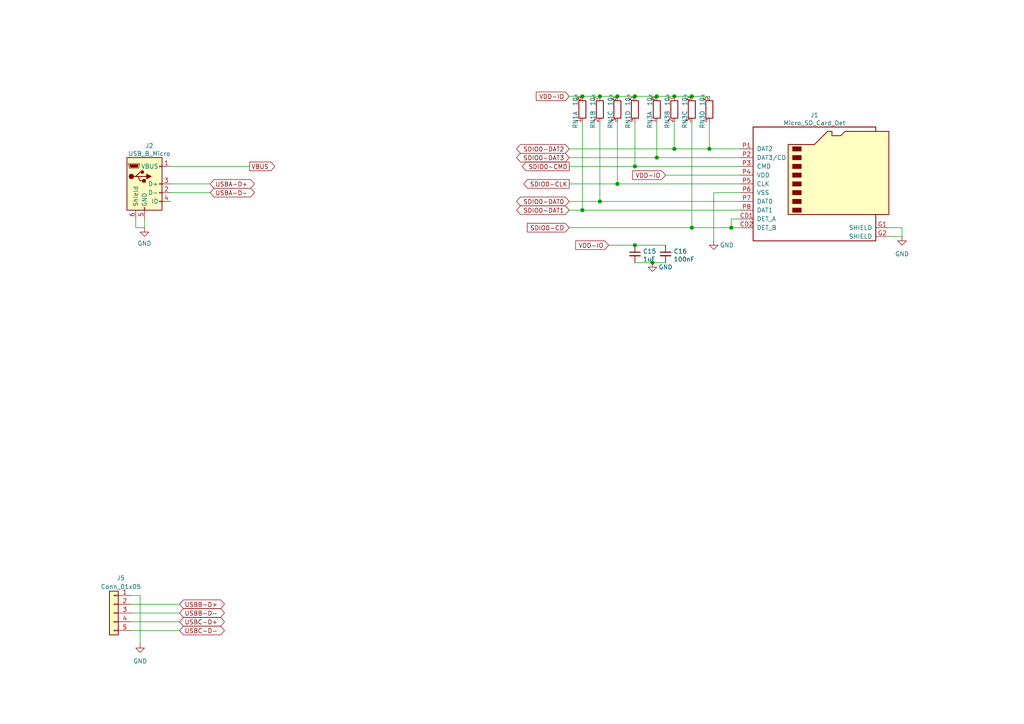
<source format=kicad_sch>
(kicad_sch (version 20210621) (generator eeschema)
  (paper "A4")
  (title_block (title "SAM9G10 SBC") (rev "0.1") (company "vd-rd"))
  (lib_symbols
    (symbol "Connector:USB_B_Micro" (pin_names (offset 1.016))
      (property "Reference" "J" (at -5.08 11.43 0))
      (property "Value" "USB_B_Micro" (at -5.08 8.89 0))
      (symbol "USB_B_Micro_0_1"
        (rectangle (start -5.08 -7.62) (end 5.08 7.62) (stroke (width 0.254)) (fill (type background)))
        (circle (center -3.81 2.159) (radius 0.635) (stroke (width 0.254)) (fill (type outline)))
        (circle (center -0.635 3.429) (radius 0.381) (stroke (width 0.254)) (fill (type outline)))
        (rectangle (start -0.127 -7.62) (end 0.127 -6.858))
        (polyline (pts (xy -1.905 2.159) (xy 0.635 2.159)) (stroke (width 0.254)))
        (polyline (pts (xy -3.175 2.159) (xy -2.54 2.159) (xy -1.27 3.429) (xy -0.635 3.429)) (stroke (width 0.254)))
        (polyline (pts (xy -2.54 2.159) (xy -1.905 2.159) (xy -1.27 0.889) (xy 0 0.889)) (stroke (width 0.254)))
        (polyline (pts (xy 0.635 2.794) (xy 0.635 1.524) (xy 1.905 2.159) (xy 0.635 2.794)) (stroke (width 0.254)) (fill (type outline)))
        (polyline (pts (xy -4.318 5.588) (xy -1.778 5.588) (xy -2.032 4.826) (xy -4.064 4.826) (xy -4.318 5.588)) (fill (type outline)))
        (polyline (pts (xy -4.699 5.842) (xy -4.699 5.588) (xy -4.445 4.826) (xy -4.445 4.572) (xy -1.651 4.572) (xy -1.651 4.826) (xy -1.397 5.588) (xy -1.397 5.842) (xy -4.699 5.842)))
        (rectangle (start 0.254 1.27) (end -0.508 0.508) (stroke (width 0.254)) (fill (type outline)))
        (rectangle (start 5.08 -5.207) (end 4.318 -4.953))
        (rectangle (start 5.08 -2.667) (end 4.318 -2.413))
        (rectangle (start 5.08 -0.127) (end 4.318 0.127))
        (rectangle (start 5.08 4.953) (end 4.318 5.207))
      )
      (symbol "USB_B_Micro_1_1"
        (pin power_out line (at 7.62 5.08 180) (length 2.54) (name "VBUS") (number "1"))
        (pin bidirectional line (at 7.62 -2.54 180) (length 2.54) (name "D-") (number "2"))
        (pin bidirectional line (at 7.62 0 180) (length 2.54) (name "D+") (number "3"))
        (pin passive line (at 7.62 -5.08 180) (length 2.54) (name "ID") (number "4"))
        (pin power_out line (at 0 -10.16 90) (length 2.54) (name "GND") (number "5"))
        (pin passive line (at -2.54 -10.16 90) (length 2.54) (name "Shield") (number "6"))
      )
    )
    (symbol "Connector_Generic:Conn_01x05" (pin_names (offset 1.016) hide)
      (property "Reference" "J" (at 0 7.62 0))
      (property "Value" "Conn_01x05" (at 0 -7.62 0))
      (symbol "Conn_01x05_1_1"
        (rectangle (start -1.27 -4.953) (end 0 -5.207) (stroke (width 0.1524)))
        (rectangle (start -1.27 -2.413) (end 0 -2.667) (stroke (width 0.1524)))
        (rectangle (start -1.27 0.127) (end 0 -0.127) (stroke (width 0.1524)))
        (rectangle (start -1.27 2.667) (end 0 2.413) (stroke (width 0.1524)))
        (rectangle (start -1.27 5.207) (end 0 4.953) (stroke (width 0.1524)))
        (rectangle (start -1.27 6.35) (end 1.27 -6.35) (stroke (width 0.254)) (fill (type background)))
        (pin passive line (at -5.08 5.08 0) (length 3.81) (name "Pin_1") (number "1"))
        (pin passive line (at -5.08 2.54 0) (length 3.81) (name "Pin_2") (number "2"))
        (pin passive line (at -5.08 0 0) (length 3.81) (name "Pin_3") (number "3"))
        (pin passive line (at -5.08 -2.54 0) (length 3.81) (name "Pin_4") (number "4"))
        (pin passive line (at -5.08 -5.08 0) (length 3.81) (name "Pin_5") (number "5"))
      )
    )
    (symbol "Device:C_Small" (pin_numbers hide) (pin_names (offset 0.254) hide)
      (property "Reference" "C" (at 0.254 1.778 0))
      (property "Value" "C_Small" (at 0.254 -2.032 0))
      (symbol "C_Small_0_1"
        (polyline (pts (xy -1.524 -0.508) (xy 1.524 -0.508)) (stroke (width 0.3302)))
        (polyline (pts (xy -1.524 0.508) (xy 1.524 0.508)) (stroke (width 0.3048)))
      )
      (symbol "C_Small_1_1"
        (pin passive line (at 0 2.54 270) (length 2.032) (name "~") (number "1"))
        (pin passive line (at 0 -2.54 90) (length 2.032) (name "~") (number "2"))
      )
    )
    (symbol "Device:R_Pack04_Split" (pin_names (offset 0) hide)
      (property "Reference" "RN" (at 2.032 0 90))
      (property "Value" "R_Pack04_Split" (at 0 0 90))
      (symbol "R_Pack04_Split_0_1"
        (rectangle (start 1.016 2.54) (end -1.016 -2.54) (stroke (width 0.254)))
      )
      (symbol "R_Pack04_Split_1_1"
        (pin passive line (at 0 -3.81 90) (length 1.27) (name "R1.1") (number "1"))
        (pin passive line (at 0 3.81 270) (length 1.27) (name "R1.2") (number "8"))
      )
      (symbol "R_Pack04_Split_2_1"
        (pin passive line (at 0 -3.81 90) (length 1.27) (name "R2.1") (number "2"))
        (pin passive line (at 0 3.81 270) (length 1.27) (name "R2.2") (number "7"))
      )
      (symbol "R_Pack04_Split_3_1"
        (pin passive line (at 0 -3.81 90) (length 1.27) (name "R3.1") (number "3"))
        (pin passive line (at 0 3.81 270) (length 1.27) (name "R3.2") (number "6"))
      )
      (symbol "R_Pack04_Split_4_1"
        (pin passive line (at 0 -3.81 90) (length 1.27) (name "R4.1") (number "4"))
        (pin passive line (at 0 3.81 270) (length 1.27) (name "R4.2") (number "5"))
      )
    )
    (symbol "gct:Micro_SD_Card_Det" (pin_names (offset 1.016))
      (property "Reference" "J" (at -16.51 17.78 0))
      (property "Value" "Micro_SD_Card_Det" (at 16.51 17.78 0))
      (symbol "Micro_SD_Card_Det_0_1"
        (rectangle (start -7.62 -6.985) (end -5.08 -8.255) (fill (type outline)))
        (rectangle (start -7.62 -4.445) (end -5.08 -5.715) (fill (type outline)))
        (rectangle (start -7.62 -1.905) (end -5.08 -3.175) (fill (type outline)))
        (rectangle (start -7.62 0.635) (end -5.08 -0.635) (fill (type outline)))
        (rectangle (start -7.62 3.175) (end -5.08 1.905) (fill (type outline)))
        (rectangle (start -7.62 5.715) (end -5.08 4.445) (fill (type outline)))
        (rectangle (start -7.62 8.255) (end -5.08 6.985) (fill (type outline)))
        (rectangle (start -7.62 10.795) (end -5.08 9.525) (fill (type outline)))
        (polyline (pts (xy 16.51 15.24) (xy 16.51 16.51) (xy -19.05 16.51) (xy -19.05 -16.51) (xy 16.51 -16.51) (xy 16.51 -8.89)) (stroke (width 0.254)))
        (polyline (pts (xy -8.89 -8.89) (xy -8.89 11.43) (xy -1.27 11.43) (xy 2.54 15.24) (xy 3.81 15.24) (xy 3.81 13.97) (xy 6.35 13.97) (xy 7.62 15.24) (xy 20.32 15.24) (xy 20.32 -8.89) (xy -8.89 -8.89)) (stroke (width 0.254)) (fill (type background)))
      )
      (symbol "Micro_SD_Card_Det_1_1"
        (pin passive line (at -22.86 -10.16 0) (length 3.81) (name "DET_A") (number "CD1"))
        (pin passive line (at -22.86 -12.7 0) (length 3.81) (name "DET_B") (number "CD2"))
        (pin passive line (at 20.32 -12.7 180) (length 3.81) (name "SHIELD") (number "G1"))
        (pin passive line (at 20.32 -15.24 180) (length 3.81) (name "SHIELD") (number "G2"))
        (pin bidirectional line (at -22.86 10.16 0) (length 3.81) (name "DAT2") (number "P1"))
        (pin bidirectional line (at -22.86 7.62 0) (length 3.81) (name "DAT3/CD") (number "P2"))
        (pin input line (at -22.86 5.08 0) (length 3.81) (name "CMD") (number "P3"))
        (pin power_in line (at -22.86 2.54 0) (length 3.81) (name "VDD") (number "P4"))
        (pin input line (at -22.86 0 0) (length 3.81) (name "CLK") (number "P5"))
        (pin power_in line (at -22.86 -2.54 0) (length 3.81) (name "VSS") (number "P6"))
        (pin bidirectional line (at -22.86 -5.08 0) (length 3.81) (name "DAT0") (number "P7"))
        (pin bidirectional line (at -22.86 -7.62 0) (length 3.81) (name "DAT1") (number "P8"))
      )
    )
    (symbol "power:GND" (power) (pin_names (offset 0))
      (property "Value" "GND" (at 0 -3.81 0))
      (symbol "GND_0_1"
        (polyline (pts (xy 0 0) (xy 0 -1.27) (xy 1.27 -1.27) (xy 0 -2.54) (xy -1.27 -1.27) (xy 0 -1.27)))
      )
      (symbol "GND_1_1"
        (pin power_in line (at 0 0 270) (length 0) hide (name "GND") (number "1"))
      )
    )
  )
  (junction (at 184.15 71.12) (diameter 1.016))
  (junction (at 200.66 27.94) (diameter 1.016))
  (junction (at 200.66 66.04) (diameter 1.016))
  (junction (at 195.58 27.94) (diameter 1.016))
  (junction (at 184.15 27.94) (diameter 1.016))
  (junction (at 190.5 27.94) (diameter 1.016))
  (junction (at 205.74 43.18) (diameter 1.016))
  (junction (at 173.99 58.42) (diameter 1.016))
  (junction (at 173.99 27.94) (diameter 1.016))
  (junction (at 212.09 66.04) (diameter 1.016))
  (junction (at 179.07 53.34) (diameter 1.016))
  (junction (at 168.91 27.94) (diameter 1.016))
  (junction (at 195.58 43.18) (diameter 1.016))
  (junction (at 190.5 45.72) (diameter 1.016))
  (junction (at 179.07 27.94) (diameter 1.016))
  (junction (at 168.91 60.96) (diameter 1.016))
  (junction (at 189.23 76.2) (diameter 1.016))
  (junction (at 184.15 48.26) (diameter 1.016))
  (wire (pts (xy 49.53 53.34) (xy 60.96 53.34)))
  (wire (pts (xy 193.04 50.8) (xy 214.63 50.8)))
  (wire (pts (xy 39.37 63.5) (xy 39.37 66.04)))
  (wire (pts (xy 39.37 66.04) (xy 41.91 66.04)))
  (wire (pts (xy 41.91 66.04) (xy 41.91 63.5)))
  (wire (pts (xy 173.99 35.56) (xy 173.99 58.42)))
  (wire (pts (xy 184.15 76.2) (xy 189.23 76.2)))
  (wire (pts (xy 189.23 76.2) (xy 193.04 76.2)))
  (wire (pts (xy 165.1 58.42) (xy 173.99 58.42)))
  (wire (pts (xy 173.99 58.42) (xy 214.63 58.42)))
  (wire (pts (xy 38.1 175.26) (xy 52.07 175.26)))
  (wire (pts (xy 49.53 48.26) (xy 72.39 48.26)))
  (wire (pts (xy 49.53 55.88) (xy 60.96 55.88)))
  (wire (pts (xy 38.1 182.88) (xy 52.07 182.88)))
  (wire (pts (xy 179.07 35.56) (xy 179.07 53.34)))
  (wire (pts (xy 165.1 45.72) (xy 190.5 45.72)))
  (wire (pts (xy 190.5 45.72) (xy 214.63 45.72)))
  (wire (pts (xy 165.1 43.18) (xy 195.58 43.18)))
  (wire (pts (xy 195.58 43.18) (xy 205.74 43.18)))
  (wire (pts (xy 205.74 43.18) (xy 214.63 43.18)))
  (wire (pts (xy 38.1 177.8) (xy 52.07 177.8)))
  (wire (pts (xy 38.1 180.34) (xy 52.07 180.34)))
  (wire (pts (xy 168.91 35.56) (xy 168.91 60.96)))
  (wire (pts (xy 38.1 172.72) (xy 40.64 172.72)))
  (wire (pts (xy 40.64 172.72) (xy 40.64 186.69)))
  (wire (pts (xy 165.1 60.96) (xy 168.91 60.96)))
  (wire (pts (xy 168.91 60.96) (xy 214.63 60.96)))
  (wire (pts (xy 205.74 35.56) (xy 205.74 43.18)))
  (wire (pts (xy 195.58 35.56) (xy 195.58 43.18)))
  (wire (pts (xy 257.81 66.04) (xy 261.62 66.04)))
  (wire (pts (xy 261.62 66.04) (xy 261.62 68.58)))
  (wire (pts (xy 261.62 68.58) (xy 257.81 68.58)))
  (wire (pts (xy 190.5 35.56) (xy 190.5 45.72)))
  (wire (pts (xy 184.15 27.94) (xy 190.5 27.94)))
  (wire (pts (xy 179.07 27.94) (xy 184.15 27.94)))
  (wire (pts (xy 173.99 27.94) (xy 179.07 27.94)))
  (wire (pts (xy 168.91 27.94) (xy 173.99 27.94)))
  (wire (pts (xy 165.1 27.94) (xy 168.91 27.94)))
  (wire (pts (xy 200.66 27.94) (xy 205.74 27.94)))
  (wire (pts (xy 195.58 27.94) (xy 200.66 27.94)))
  (wire (pts (xy 190.5 27.94) (xy 195.58 27.94)))
  (wire (pts (xy 200.66 35.56) (xy 200.66 66.04)))
  (wire (pts (xy 165.1 53.34) (xy 179.07 53.34)))
  (wire (pts (xy 179.07 53.34) (xy 214.63 53.34)))
  (wire (pts (xy 207.01 55.88) (xy 207.01 69.85)))
  (wire (pts (xy 214.63 55.88) (xy 207.01 55.88)))
  (wire (pts (xy 184.15 71.12) (xy 193.04 71.12)))
  (wire (pts (xy 176.53 71.12) (xy 184.15 71.12)))
  (wire (pts (xy 212.09 63.5) (xy 212.09 66.04)))
  (wire (pts (xy 212.09 66.04) (xy 214.63 66.04)))
  (wire (pts (xy 214.63 63.5) (xy 212.09 63.5)))
  (wire (pts (xy 165.1 48.26) (xy 184.15 48.26)))
  (wire (pts (xy 184.15 48.26) (xy 214.63 48.26)))
  (wire (pts (xy 200.66 66.04) (xy 212.09 66.04)))
  (wire (pts (xy 165.1 66.04) (xy 200.66 66.04)))
  (wire (pts (xy 184.15 35.56) (xy 184.15 48.26)))
  (global_label "SDIO0-DAT1" (shape bidirectional) (at 165.1 60.96 180) (property "Intersheet References" "${INTERSHEET_REFS}" (effects hide)))
  (global_label "SDIO0-DAT0" (shape bidirectional) (at 165.1 58.42 180) (property "Intersheet References" "${INTERSHEET_REFS}" (effects hide)))
  (global_label "SDIO0-DAT2" (shape bidirectional) (at 165.1 43.18 180) (property "Intersheet References" "${INTERSHEET_REFS}" (effects hide)))
  (global_label "USBC-D-" (shape bidirectional) (at 52.07 182.88 0) (property "Intersheet References" "${INTERSHEET_REFS}" (effects hide)))
  (global_label "USBC-D+" (shape bidirectional) (at 52.07 180.34 0) (property "Intersheet References" "${INTERSHEET_REFS}" (effects hide)))
  (global_label "USBA-D-" (shape bidirectional) (at 60.96 55.88 0) (property "Intersheet References" "${INTERSHEET_REFS}" (effects hide)))
  (global_label "VDD-IO" (shape input) (at 176.53 71.12 180) (property "Intersheet References" "${INTERSHEET_REFS}" (effects hide)))
  (global_label "VDD-IO" (shape input) (at 193.04 50.8 180) (property "Intersheet References" "${INTERSHEET_REFS}" (effects hide)))
  (global_label "SDIO0-DAT3" (shape bidirectional) (at 165.1 45.72 180) (property "Intersheet References" "${INTERSHEET_REFS}" (effects hide)))
  (global_label "SDIO0-CD" (shape input) (at 165.1 66.04 180) (property "Intersheet References" "${INTERSHEET_REFS}" (effects hide)))
  (global_label "USBA-D+" (shape bidirectional) (at 60.96 53.34 0) (property "Intersheet References" "${INTERSHEET_REFS}" (effects hide)))
  (global_label "VBUS" (shape output) (at 72.39 48.26 0) (property "Intersheet References" "${INTERSHEET_REFS}" (effects hide)))
  (global_label "USBB-D-" (shape bidirectional) (at 52.07 177.8 0) (property "Intersheet References" "${INTERSHEET_REFS}" (effects hide)))
  (global_label "SDIO0-CMD" (shape output) (at 165.1 48.26 180) (property "Intersheet References" "${INTERSHEET_REFS}" (effects hide)))
  (global_label "USBB-D+" (shape bidirectional) (at 52.07 175.26 0) (property "Intersheet References" "${INTERSHEET_REFS}" (effects hide)))
  (global_label "SDIO0-CLK" (shape output) (at 165.1 53.34 180) (property "Intersheet References" "${INTERSHEET_REFS}" (effects hide)))
  (global_label "VDD-IO" (shape input) (at 165.1 27.94 180) (property "Intersheet References" "${INTERSHEET_REFS}" (effects hide)))
  (symbol (lib_id "power:GND") (at 41.91 66.04 0) (unit 1)
    (property "Reference" "#PWR0105" (effects hide))
    (property "Value" "GND" (at 41.91 70.6026 0))
  )
  (symbol (lib_id "Device:R_Pack04_Split") (at 168.91 31.75 0) (unit 1)
    (property "Reference" "RN1" (at 166.8781 37.3391 90) (effects (justify left)))
    (property "Value" "10k" (at 166.8781 30.7478 90) (effects (justify left)))
    (property "Footprint" "Resistor_SMD:R_Array_Convex_4x0402" (effects hide))
  )
  (symbol (lib_id "power:GND") (at 261.62 68.58 0) (unit 1)
    (property "Reference" "#PWR0115" (effects hide))
    (property "Value" "GND" (at 261.62 73.66 0))
  )
  (symbol (lib_id "power:GND") (at 189.23 76.2 0) (unit 1)
    (property "Reference" "#PWR0120" (effects hide))
    (property "Value" "GND" (at 193.04 77.47 0))
  )
  (symbol (lib_id "power:GND") (at 207.01 69.85 0) (unit 1)
    (property "Reference" "#PWR0116" (effects hide))
    (property "Value" "GND" (at 210.82 71.12 0))
  )
  (symbol (lib_id "Device:R_Pack04_Split") (at 173.99 31.75 0) (unit 2)
    (property "Reference" "RN1" (at 171.9581 37.3391 90) (effects (justify left)))
    (property "Value" "10k" (at 171.9581 30.7478 90) (effects (justify left)))
    (property "Footprint" "Resistor_SMD:R_Array_Convex_4x0402" (effects hide))
  )
  (symbol (lib_id "power:GND") (at 40.64 186.69 0) (unit 1)
    (property "Reference" "#PWR0117" (effects hide))
    (property "Value" "GND" (at 40.64 191.77 0))
  )
  (symbol (lib_id "Device:C_Small") (at 184.15 73.66 0) (unit 1)
    (property "Reference" "C15" (at 186.4742 72.8991 0) (effects (justify left)))
    (property "Value" "1uF" (at 186.4742 75.1978 0) (effects (justify left)))
    (property "Footprint" "Capacitor_SMD:C_0402_1005Metric" (effects hide))
  )
  (symbol (lib_id "Device:R_Pack04_Split") (at 179.07 31.75 0) (unit 3)
    (property "Reference" "RN1" (at 177.0381 37.3391 90) (effects (justify left)))
    (property "Value" "10k" (at 177.0381 30.7478 90) (effects (justify left)))
    (property "Footprint" "Resistor_SMD:R_Array_Convex_4x0402" (effects hide))
  )
  (symbol (lib_id "Device:R_Pack04_Split") (at 190.5 31.75 0) (unit 1)
    (property "Reference" "RN3" (at 188.4681 37.3391 90) (effects (justify left)))
    (property "Value" "10k" (at 188.4681 30.7478 90) (effects (justify left)))
    (property "Footprint" "Resistor_SMD:R_Array_Convex_4x0402" (effects hide))
  )
  (symbol (lib_id "Device:R_Pack04_Split") (at 195.58 31.75 0) (unit 2)
    (property "Reference" "RN3" (at 193.5481 37.3391 90) (effects (justify left)))
    (property "Value" "10k" (at 193.5481 30.7478 90) (effects (justify left)))
    (property "Footprint" "Resistor_SMD:R_Array_Convex_4x0402" (effects hide))
  )
  (symbol (lib_id "Device:R_Pack04_Split") (at 184.15 31.75 0) (unit 4)
    (property "Reference" "RN1" (at 182.1181 37.3391 90) (effects (justify left)))
    (property "Value" "10k" (at 182.1181 30.7478 90) (effects (justify left)))
    (property "Footprint" "Resistor_SMD:R_Array_Convex_4x0402" (effects hide))
  )
  (symbol (lib_id "Device:R_Pack04_Split") (at 200.66 31.75 0) (unit 3)
    (property "Reference" "RN3" (at 198.6281 37.3391 90) (effects (justify left)))
    (property "Value" "10k" (at 198.6281 30.7478 90) (effects (justify left)))
    (property "Footprint" "Resistor_SMD:R_Array_Convex_4x0402" (effects hide))
  )
  (symbol (lib_id "Device:C_Small") (at 193.04 73.66 0) (unit 1)
    (property "Reference" "C16" (at 195.3642 72.8991 0) (effects (justify left)))
    (property "Value" "100nF" (at 195.3642 75.1978 0) (effects (justify left)))
    (property "Footprint" "Capacitor_SMD:C_0402_1005Metric" (effects hide))
  )
  (symbol (lib_id "Connector:USB_B_Micro") (at 41.91 53.34 0) (unit 1)
    (property "Reference" "J2" (at 43.307 42.2868 0))
    (property "Value" "USB_B_Micro" (at 43.307 44.5855 0))
    (property "Footprint" "Connector_USB:USB_Micro-B_Amphenol_10103594-0001LF_Horizontal" (effects hide))
  )
  (symbol (lib_id "gct:Micro_SD_Card_Det") (at 237.49 53.34 0) (unit 1)
    (property "Reference" "J1" (at 236.22 33.3968 0))
    (property "Value" "Micro_SD_Card_Det" (at 236.22 35.6955 0))
    (property "Footprint" "gct:MEM20610118800A" (effects hide))
    (property "Datasheet" "https://www.hirose.com/product/en/download_file/key_name/DM3/category/Catalog/doc_file_id/49662/?file_category_id=4&item_id=195&is_series=1" (effects hide))
  )
  (symbol (lib_id "Device:R_Pack04_Split") (at 205.74 31.75 0) (unit 4)
    (property "Reference" "RN3" (at 203.7081 37.3391 90) (effects (justify left)))
    (property "Value" "10k" (at 203.7081 30.7478 90) (effects (justify left)))
    (property "Footprint" "Resistor_SMD:R_Array_Convex_4x0402" (effects hide))
  )
  (symbol (lib_id "Connector_Generic:Conn_01x05") (at 33.02 177.8 0) (mirror y) (unit 1)
    (property "Reference" "J5" (at 35.052 167.64 0))
    (property "Value" "Conn_01x05" (at 35.052 170.18 0))
    (property "Footprint" "Connector_PinSocket_2.54mm:PinSocket_1x05_P2.54mm_Vertical" (effects hide))
  )
)
</source>
